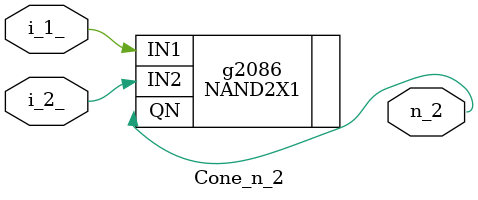
<source format=v>

module Cone_n_2 (n_2, i_1_, i_2_ );
	input i_1_, i_2_;
	output n_2;
	NAND2X1 g2086(.IN1 (i_1_), .IN2 (i_2_), .QN (n_2));
endmodule


</source>
